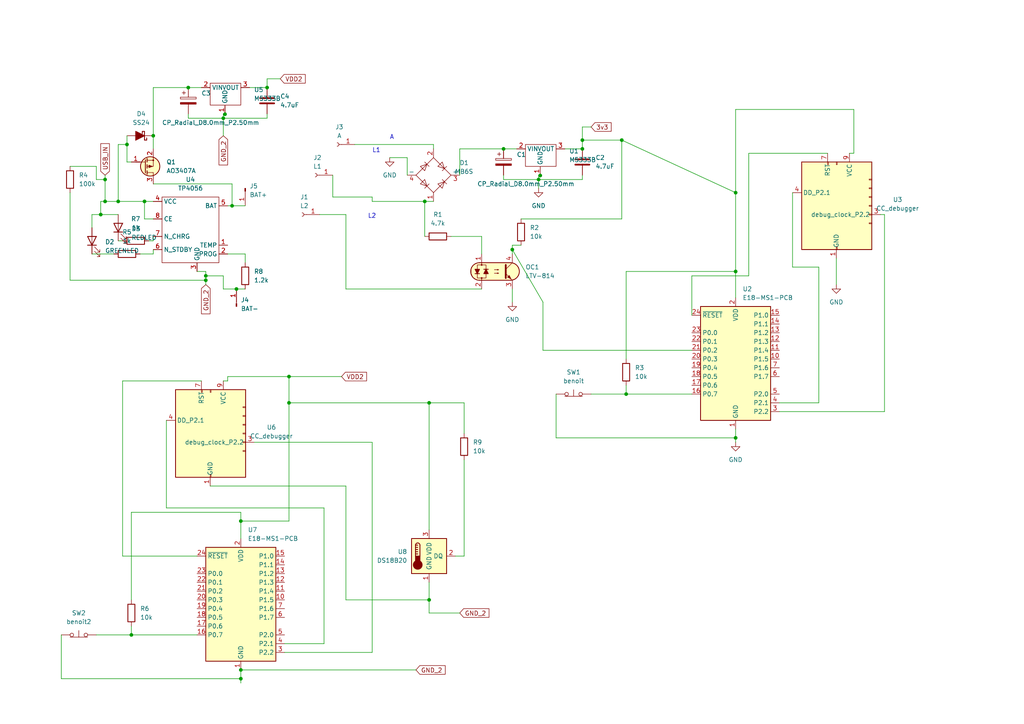
<source format=kicad_sch>
(kicad_sch (version 20211123) (generator eeschema)
  (paper "A4")
  (lib_symbols
    (symbol "Capacitor_AKL:CP_Radial_D8.0mm_P2.50mm" (pin_numbers hide) (pin_names (offset 0.254))
      (property "Reference" "C" (at 0.635 2.54 0))
      (property "Value" "CP_Radial_D8.0mm_P2.50mm" (at 0.635 -2.54 0))
      (symbol "CP_Radial_D8.0mm_P2.50mm_0_1"
        (rectangle (start -2.286 0.508) (end 2.286 1.016))
        (polyline (pts (xy -1.778 2.286) (xy -0.762 2.286)))
        (polyline (pts (xy -1.27 2.794) (xy -1.27 1.778)))
        (rectangle (start 2.286 -0.508) (end -2.286 -1.016) (fill (type outline)))
      )
      (symbol "CP_Radial_D8.0mm_P2.50mm_1_1"
        (pin passive line (at 0 3.81 270) (length 2.794) (name "~") (number "1"))
        (pin passive line (at 0 -3.81 90) (length 2.794) (name "~") (number "2"))
      )
    )
    (symbol "Connector:Conn_01x01_Female" (pin_names (offset 1.016) hide)
      (property "Reference" "J" (at 0 2.54 0))
      (property "Value" "Conn_01x01_Female" (at 0 -2.54 0))
      (symbol "Conn_01x01_Female_1_1"
        (polyline (pts (xy -1.27 0) (xy -0.508 0)) (stroke (width 0.1524)))
        (arc (start 0 0.508) (mid -0.508 0) (end 0 -0.508) (stroke (width 0.1524)))
        (pin passive line (at -5.08 0 0) (length 3.81) (name "Pin_1") (number "1"))
      )
    )
    (symbol "Connector:Conn_01x01_Male" (pin_names (offset 1.016) hide)
      (property "Reference" "J" (at 0 2.54 0))
      (property "Value" "Conn_01x01_Male" (at 0 -2.54 0))
      (symbol "Conn_01x01_Male_1_1"
        (polyline (pts (xy 1.27 0) (xy 0.8636 0)) (stroke (width 0.1524)))
        (rectangle (start 0.8636 0.127) (end 0 -0.127) (stroke (width 0.1524)) (fill (type outline)))
        (pin passive line (at 5.08 0 180) (length 3.81) (name "Pin_1") (number "1"))
      )
    )
    (symbol "Device:C" (pin_numbers hide) (pin_names (offset 0.254))
      (property "Reference" "C" (at 0.635 2.54 0))
      (property "Value" "C" (at 0.635 -2.54 0))
      (symbol "C_0_1"
        (polyline (pts (xy -2.032 -0.762) (xy 2.032 -0.762)) (stroke (width 0.508)))
        (polyline (pts (xy -2.032 0.762) (xy 2.032 0.762)) (stroke (width 0.508)))
      )
      (symbol "C_1_1"
        (pin passive line (at 0 3.81 270) (length 2.794) (name "~") (number "1"))
        (pin passive line (at 0 -3.81 90) (length 2.794) (name "~") (number "2"))
      )
    )
    (symbol "Device:LED" (pin_numbers hide) (pin_names (offset 1.016) hide)
      (property "Reference" "D" (at 0 2.54 0))
      (property "Value" "LED" (at 0 -2.54 0))
      (symbol "LED_0_1"
        (polyline (pts (xy -1.27 -1.27) (xy -1.27 1.27)) (stroke (width 0.254)))
        (polyline (pts (xy -1.27 0) (xy 1.27 0)))
        (polyline (pts (xy 1.27 -1.27) (xy 1.27 1.27) (xy -1.27 0) (xy 1.27 -1.27)) (stroke (width 0.254)))
        (polyline (pts (xy -3.048 -0.762) (xy -4.572 -2.286) (xy -3.81 -2.286) (xy -4.572 -2.286) (xy -4.572 -1.524)))
        (polyline (pts (xy -1.778 -0.762) (xy -3.302 -2.286) (xy -2.54 -2.286) (xy -3.302 -2.286) (xy -3.302 -1.524)))
      )
      (symbol "LED_1_1"
        (pin passive line (at -3.81 0 0) (length 2.54) (name "K") (number "1"))
        (pin passive line (at 3.81 0 180) (length 2.54) (name "A") (number "2"))
      )
    )
    (symbol "Device:R" (pin_numbers hide) (pin_names (offset 0))
      (property "Reference" "R" (at 2.032 0 90))
      (property "Value" "R" (at 0 0 90))
      (symbol "R_0_1"
        (rectangle (start -1.016 -2.54) (end 1.016 2.54) (stroke (width 0.254)))
      )
      (symbol "R_1_1"
        (pin passive line (at 0 3.81 270) (length 1.27) (name "~") (number "1"))
        (pin passive line (at 0 -3.81 90) (length 1.27) (name "~") (number "2"))
      )
    )
    (symbol "Diode_Bridge:MB6S" (pin_names (offset 0))
      (property "Reference" "D" (at 2.54 6.985 0))
      (property "Value" "MB6S" (at 2.54 5.08 0))
      (symbol "MB6S_0_1"
        (polyline (pts (xy -2.54 3.81) (xy -1.27 2.54)))
        (polyline (pts (xy -1.27 -2.54) (xy -2.54 -3.81)))
        (polyline (pts (xy 2.54 -1.27) (xy 3.81 -2.54)))
        (polyline (pts (xy 2.54 1.27) (xy 3.81 2.54)))
        (polyline (pts (xy -3.81 2.54) (xy -2.54 1.27) (xy -1.905 3.175) (xy -3.81 2.54)))
        (polyline (pts (xy -2.54 -1.27) (xy -3.81 -2.54) (xy -1.905 -3.175) (xy -2.54 -1.27)))
        (polyline (pts (xy 1.27 2.54) (xy 2.54 3.81) (xy 3.175 1.905) (xy 1.27 2.54)))
        (polyline (pts (xy 3.175 -1.905) (xy 1.27 -2.54) (xy 2.54 -3.81) (xy 3.175 -1.905)))
        (polyline (pts (xy -5.08 0) (xy 0 -5.08) (xy 5.08 0) (xy 0 5.08) (xy -5.08 0)))
      )
      (symbol "MB6S_1_1"
        (pin passive line (at 0 -7.62 90) (length 2.54) (name "~") (number "1"))
        (pin passive line (at 0 7.62 270) (length 2.54) (name "~") (number "2"))
        (pin passive line (at 7.62 0 180) (length 2.54) (name "+") (number "3"))
        (pin passive line (at -7.62 0 0) (length 2.54) (name "-") (number "4"))
      )
    )
    (symbol "Diode_Schottky_AKL:SS24" (pin_numbers hide) (pin_names (offset 1.016) hide)
      (property "Reference" "D" (at 0 5.08 0))
      (property "Value" "SS24" (at 0 2.54 0))
      (symbol "SS24_0_1"
        (polyline (pts (xy -1.27 0) (xy 1.27 0)))
        (polyline (pts (xy -1.27 -1.27) (xy -1.27 1.27) (xy 1.27 0) (xy -1.27 -1.27)) (stroke (width 0.254)) (fill (type outline)))
        (polyline (pts (xy 1.905 -0.635) (xy 1.905 -1.27) (xy 1.27 -1.27) (xy 1.27 1.27) (xy 0.635 1.27) (xy 0.635 0.635)) (stroke (width 0.254)))
      )
      (symbol "SS24_1_1"
        (pin passive line (at 3.81 0 180) (length 2.54) (name "K") (number "1"))
        (pin passive line (at -3.81 0 0) (length 2.54) (name "A") (number "2"))
      )
    )
    (symbol "Optocoupler_AKL:LTV-814" (pin_names (offset 1.016))
      (property "Reference" "OC" (at 7.62 1.27 0))
      (property "Value" "LTV-814" (at 7.62 -1.27 0))
      (symbol "LTV-814_0_1"
        (arc (start -4.4675 2.54) (mid -6.9851 0) (end -4.4675 -2.54) (stroke (width 0.254)))
        (circle (center -3.81 -1.905) (radius 0.1778) (fill (type outline)))
        (circle (center -3.81 1.905) (radius 0.1778) (fill (type outline)))
        (polyline (pts (xy -5.715 -0.635) (xy -4.445 -0.635)) (stroke (width 0.254)))
        (polyline (pts (xy -4.445 2.54) (xy 4.572 2.54)) (stroke (width 0.254)))
        (polyline (pts (xy -3.81 1.905) (xy -3.81 2.54)) (stroke (width 0.1524)))
        (polyline (pts (xy -1.905 0.635) (xy -3.175 0.635)) (stroke (width 0.254)))
        (polyline (pts (xy 3.175 0.635) (xy 5.08 2.54)))
        (polyline (pts (xy 4.572 -2.54) (xy -4.445 -2.54)) (stroke (width 0.254)))
        (polyline (pts (xy 5.08 -2.54) (xy 3.175 -0.635)) (fill (type outline)))
        (polyline (pts (xy 3.175 1.905) (xy 3.175 -1.905) (xy 3.175 -1.905)) (stroke (width 0.508)))
        (polyline (pts (xy -5.08 -0.635) (xy -5.715 0.635) (xy -4.445 0.635) (xy -5.08 -0.635)) (stroke (width 0.254)) (fill (type outline)))
        (polyline (pts (xy -2.54 0.635) (xy -1.905 -0.635) (xy -3.175 -0.635) (xy -2.54 0.635)) (stroke (width 0.254)) (fill (type outline)))
        (polyline (pts (xy -0.127 -0.508) (xy 1.143 -0.508) (xy 0.762 -0.635) (xy 0.762 -0.381) (xy 1.143 -0.508)))
        (polyline (pts (xy -0.127 0.508) (xy 1.143 0.508) (xy 0.762 0.381) (xy 0.762 0.635) (xy 1.143 0.508)))
        (polyline (pts (xy 3.683 -1.651) (xy 4.191 -1.143) (xy 4.699 -2.159) (xy 3.683 -1.651) (xy 3.683 -1.651)) (fill (type outline)))
        (polyline (pts (xy -3.81 -2.54) (xy -3.81 -1.905) (xy -5.08 -1.905) (xy -5.08 1.905) (xy -2.54 1.905) (xy -2.54 -1.905) (xy -3.81 -1.905)) (stroke (width 0.1524)))
        (polyline (pts (xy -3.81 2.54) (xy 4.826 2.54) (xy 5.334 2.413) (xy 5.969 2.159) (xy 6.604 1.524) (xy 6.985 0.762) (xy 7.112 0) (xy 6.985 -0.889) (xy 6.477 -1.651) (xy 5.969 -2.159) (xy 5.334 -2.413) (xy 4.699 -2.54) (xy -5.08 -2.54) (xy -5.08 -2.54) (xy -5.842 -2.032) (xy -6.35 -1.778) (xy -6.858 -0.508) (xy -6.858 0.254) (xy -6.858 1.016) (xy -6.35 1.778) (xy -5.588 2.286) (xy -4.826 2.54) (xy -3.81 2.54)) (stroke (width 0.01)) (fill (type background)))
        (arc (start 4.5945 -2.54) (mid 7.1121 0) (end 4.5945 2.54) (stroke (width 0.254)))
      )
      (symbol "LTV-814_1_1"
        (pin passive line (at -3.81 5.08 270) (length 2.54) (name "~") (number "1"))
        (pin passive line (at -3.81 -5.08 90) (length 2.54) (name "~") (number "2"))
        (pin passive line (at 5.08 -5.08 90) (length 2.54) (name "~") (number "3"))
        (pin passive line (at 5.08 5.08 270) (length 2.54) (name "~") (number "4"))
      )
    )
    (symbol "RF_Module:E18-MS1-PCB"
      (property "Reference" "U" (at -2.54 21.59 0))
      (property "Value" "E18-MS1-PCB" (at -2.54 19.05 0))
      (symbol "E18-MS1-PCB_0_1"
        (rectangle (start -10.16 17.78) (end 10.16 -15.24) (stroke (width 0.254)) (fill (type background)))
      )
      (symbol "E18-MS1-PCB_1_1"
        (pin power_in line (at 0 -17.78 90) (length 2.54) (name "GND") (number "1"))
        (pin bidirectional line (at 12.7 2.54 180) (length 2.54) (name "P1.5") (number "10"))
        (pin bidirectional line (at 12.7 5.08 180) (length 2.54) (name "P1.4") (number "11"))
        (pin bidirectional line (at 12.7 7.62 180) (length 2.54) (name "P1.3") (number "12"))
        (pin bidirectional line (at 12.7 10.16 180) (length 2.54) (name "P1.2") (number "13"))
        (pin bidirectional line (at 12.7 12.7 180) (length 2.54) (name "P1.1") (number "14"))
        (pin bidirectional line (at 12.7 15.24 180) (length 2.54) (name "P1.0") (number "15"))
        (pin bidirectional line (at -12.7 -7.62 0) (length 2.54) (name "P0.7") (number "16"))
        (pin bidirectional line (at -12.7 -5.08 0) (length 2.54) (name "P0.6") (number "17"))
        (pin bidirectional line (at -12.7 -2.54 0) (length 2.54) (name "P0.5") (number "18"))
        (pin bidirectional line (at -12.7 0 0) (length 2.54) (name "P0.4") (number "19"))
        (pin power_in line (at 0 20.32 270) (length 2.54) (name "VDD") (number "2"))
        (pin bidirectional line (at -12.7 2.54 0) (length 2.54) (name "P0.3") (number "20"))
        (pin bidirectional line (at -12.7 5.08 0) (length 2.54) (name "P0.2") (number "21"))
        (pin bidirectional line (at -12.7 7.62 0) (length 2.54) (name "P0.1") (number "22"))
        (pin bidirectional line (at -12.7 10.16 0) (length 2.54) (name "P0.0") (number "23"))
        (pin input line (at -12.7 15.24 0) (length 2.54) (name "~{RESET}") (number "24"))
        (pin bidirectional line (at 12.7 -12.7 180) (length 2.54) (name "P2.2") (number "3"))
        (pin bidirectional line (at 12.7 -10.16 180) (length 2.54) (name "P2.1") (number "4"))
        (pin bidirectional line (at 12.7 -7.62 180) (length 2.54) (name "P2.0") (number "5"))
        (pin bidirectional line (at 12.7 -2.54 180) (length 2.54) (name "P1.7") (number "6"))
        (pin bidirectional line (at 12.7 0 180) (length 2.54) (name "P1.6") (number "7"))
        (pin no_connect line (at -10.16 -10.16 0) (length 2.54) hide (name "NC") (number "8"))
        (pin no_connect line (at -10.16 -12.7 0) (length 2.54) hide (name "NC") (number "9"))
      )
    )
    (symbol "Sensor_Temperature:DS18B20" (pin_names (offset 1.016))
      (property "Reference" "U" (at -3.81 6.35 0))
      (property "Value" "DS18B20" (at 6.35 6.35 0))
      (symbol "DS18B20_0_1"
        (rectangle (start -5.08 5.08) (end 5.08 -5.08) (stroke (width 0.254)) (fill (type background)))
        (circle (center -3.302 -2.54) (radius 1.27) (stroke (width 0.254)) (fill (type outline)))
        (rectangle (start -2.667 -1.905) (end -3.937 0) (stroke (width 0.254)) (fill (type outline)))
        (arc (start -2.667 3.175) (mid -3.302 3.81) (end -3.937 3.175) (stroke (width 0.254)))
        (polyline (pts (xy -3.937 0.635) (xy -3.302 0.635)) (stroke (width 0.254)))
        (polyline (pts (xy -3.937 1.27) (xy -3.302 1.27)) (stroke (width 0.254)))
        (polyline (pts (xy -3.937 1.905) (xy -3.302 1.905)) (stroke (width 0.254)))
        (polyline (pts (xy -3.937 2.54) (xy -3.302 2.54)) (stroke (width 0.254)))
        (polyline (pts (xy -3.937 3.175) (xy -3.937 0)) (stroke (width 0.254)))
        (polyline (pts (xy -3.937 3.175) (xy -3.302 3.175)) (stroke (width 0.254)))
        (polyline (pts (xy -2.667 3.175) (xy -2.667 0)) (stroke (width 0.254)))
      )
      (symbol "DS18B20_1_1"
        (pin power_in line (at 0 -7.62 90) (length 2.54) (name "GND") (number "1"))
        (pin bidirectional line (at 7.62 0 180) (length 2.54) (name "DQ") (number "2"))
        (pin power_in line (at 0 7.62 270) (length 2.54) (name "VDD") (number "3"))
      )
    )
    (symbol "Switch:SW_Push_Open" (pin_numbers hide) (pin_names (offset 1.016) hide)
      (property "Reference" "SW" (at 0 2.54 0))
      (property "Value" "SW_Push_Open" (at 0 -1.905 0))
      (symbol "SW_Push_Open_0_1"
        (circle (center -2.032 0) (radius 0.508))
        (polyline (pts (xy -2.54 -0.635) (xy 2.54 -0.635)))
        (polyline (pts (xy 0 -0.635) (xy 0 1.27)))
        (circle (center 2.032 0) (radius 0.508))
        (pin passive line (at -5.08 0 0) (length 2.54) (name "A") (number "1"))
      )
      (symbol "SW_Push_Open_1_1"
        (pin passive line (at 5.08 0 180) (length 2.54) (name "B") (number "2"))
      )
    )
    (symbol "Transistor_MOSFET_AKL:AO3407A" (pin_names hide)
      (property "Reference" "Q" (at 5.08 1.27 0))
      (property "Value" "AO3407A" (at 5.08 -1.27 0))
      (symbol "AO3407A_0_1"
        (polyline (pts (xy 0.254 -1.905) (xy 0.254 1.905)) (stroke (width 0.254)))
        (polyline (pts (xy 0.254 1.27) (xy -2.54 1.27)))
        (polyline (pts (xy 0.762 -2.286) (xy 0.762 -1.27)) (stroke (width 0.254)))
        (polyline (pts (xy 0.762 -1.778) (xy 2.54 -1.778)))
        (polyline (pts (xy 0.762 -0.508) (xy 0.762 0.508)) (stroke (width 0.254)))
        (polyline (pts (xy 0.762 1.27) (xy 0.762 2.286)) (stroke (width 0.254)))
        (polyline (pts (xy 0.762 1.778) (xy 2.54 1.778)))
        (polyline (pts (xy 2.54 -2.54) (xy 2.54 -1.778)))
        (polyline (pts (xy 2.54 2.54) (xy 2.54 0) (xy 0.762 0)))
        (polyline (pts (xy 2.286 0) (xy 1.27 -0.381) (xy 1.27 0.381) (xy 2.286 0)) (fill (type outline)))
      )
      (symbol "AO3407A_1_1"
        (circle (center 1.651 0) (radius 2.794) (stroke (width 0.254)) (fill (type background)))
        (circle (center 2.54 1.778) (radius 0.1778) (fill (type outline)))
        (pin input line (at -3.81 1.27 0) (length 2.54) (name "G") (number "1"))
        (pin passive line (at 2.54 5.08 270) (length 2.54) (name "S") (number "2"))
        (pin passive line (at 2.54 -5.08 90) (length 2.54) (name "D") (number "3"))
      )
    )
    (symbol "cc2530:M5333B"
      (property "Reference" "U" (at 0 0 0))
      (property "Value" "M5333B" (at 0 2.54 0))
      (symbol "M5333B_0_1"
        (rectangle (start 2.54 -2.54) (end 11.43 -8.89))
      )
      (symbol "M5333B_1_1"
        (pin power_in line (at 6.833 -11.5415 90) (length 2.54) (name "GND") (number "1"))
        (pin power_in line (at 0 -3.81 0) (length 2.54) (name "VIN") (number "2"))
        (pin power_in line (at 13.97 -3.81 180) (length 2.54) (name "VOUT") (number "3"))
      )
    )
    (symbol "cc2530:TP4056"
      (property "Reference" "U" (at 3.81 0 0))
      (property "Value" "TP4056" (at 3.81 2.54 0))
      (symbol "TP4056_0_1"
        (rectangle (start -6.35 -1.27) (end 10.16 -20.32))
      )
      (symbol "TP4056_1_1"
        (pin passive line (at 12.7 -15.24 180) (length 2.54) (name "TEMP") (number "1"))
        (pin passive line (at 12.7 -17.78 180) (length 2.54) (name "PROG") (number "2"))
        (pin input line (at 3.81 -22.86 90) (length 2.54) (name "GND") (number "3"))
        (pin input line (at -8.89 -2.54 0) (length 2.54) (name "VCC") (number "4"))
        (pin input line (at 12.7 -3.81 180) (length 2.54) (name "BAT") (number "5"))
        (pin output line (at -8.89 -16.51 0) (length 2.54) (name "N_STDBY") (number "6"))
        (pin output line (at -8.89 -12.7 0) (length 2.54) (name "N_CHRG") (number "7"))
        (pin input line (at -8.89 -7.62 0) (length 2.54) (name "CE") (number "8"))
      )
    )
    (symbol "cc_debugger:CC_debugger"
      (property "Reference" "U" (at 0 0 0))
      (property "Value" "CC_debugger" (at 0 5.08 0))
      (symbol "CC_debugger_0_1"
        (rectangle (start -5.08 -5.08) (end -4.826 -5.842))
        (rectangle (start -2.54 -29.718) (end -2.286 -30.48))
        (rectangle (start -2.54 -5.08) (end -2.286 -5.842))
        (rectangle (start 7.747 -22.733) (end 6.985 -22.987))
        (rectangle (start 7.747 -20.193) (end 6.985 -20.447))
        (rectangle (start 7.747 -17.653) (end 6.985 -17.907))
        (rectangle (start 7.747 -15.113) (end 6.985 -15.367))
        (rectangle (start 7.747 -12.573) (end 6.985 -12.827))
        (rectangle (start 7.747 -10.033) (end 6.985 -10.287))
        (rectangle (start 7.747 -5.08) (end -12.573 -30.48) (stroke (width 0.254)) (fill (type background)))
      )
      (symbol "CC_debugger_1_1"
        (pin input line (at -2.54 -33.02 90) (length 2.54) (name "GND") (number "1"))
        (pin bidirectional line (at 10.287 -20.32 180) (length 2.54) (name "debug_clock_P2.2") (number "3"))
        (pin bidirectional line (at -15.24 -13.97 0) (length 2.54) (name "DD_P2.1") (number "4"))
        (pin input line (at -5.08 -2.54 270) (length 2.54) (name "RST") (number "7"))
        (pin input line (at 1.27 -2.54 270) (length 2.54) (name "VCC") (number "9"))
      )
    )
    (symbol "power:GND" (power) (pin_names (offset 0))
      (property "Value" "GND" (at 0 -3.81 0))
      (symbol "GND_0_1"
        (polyline (pts (xy 0 0) (xy 0 -1.27) (xy 1.27 -1.27) (xy 0 -2.54) (xy -1.27 -1.27) (xy 0 -1.27)))
      )
      (symbol "GND_1_1"
        (pin power_in line (at 0 0 270) (length 0) hide (name "GND") (number "1"))
      )
    )
  )
  (junction (at 30.48 58.42))
  (junction (at 69.85 194.31))
  (junction (at 67.31 59.69))
  (junction (at 213.36 78.74))
  (junction (at 213.36 55.88))
  (junction (at 44.45 39.37))
  (junction (at 69.85 196.85))
  (junction (at 54.61 25.4))
  (junction (at 41.91 58.42))
  (junction (at 83.82 109.22))
  (junction (at 68.58 83.82))
  (junction (at 168.91 40.64))
  (junction (at 124.46 116.84))
  (junction (at 213.36 127))
  (junction (at 156.693 50.9115))
  (junction (at 77.47 25.4))
  (junction (at 29.21 62.23))
  (junction (at 83.82 116.84))
  (junction (at 34.29 58.42))
  (junction (at 69.85 151.13))
  (junction (at 59.69 80.01))
  (junction (at 30.48 52.07))
  (junction (at 59.69 81.28))
  (junction (at 168.91 43.18))
  (junction (at 123.19 58.42))
  (junction (at 181.61 114.3))
  (junction (at 148.59 72.39))
  (junction (at 146.05 43.18))
  (junction (at 64.77 34.29))
  (junction (at 156.21 52.07))
  (junction (at 38.1 184.15))
  (junction (at 65.253 33.1315))
  (junction (at 124.46 173.99))
  (junction (at 36.83 41.91))
  (junction (at 180.34 40.64))
  (wire (pts (xy 123.19 58.42) (xy 125.73 58.42)))
  (wire (pts (xy 69.85 194.31) (xy 69.85 196.85)))
  (wire (pts (xy 44.45 73.66) (xy 44.45 72.39)))
  (wire (pts (xy 17.78 184.15) (xy 17.78 196.85)))
  (wire (pts (xy 133.35 43.18) (xy 146.05 43.18)))
  (wire (pts (xy 113.03 45.72) (xy 118.11 45.72)))
  (wire (pts (xy 34.29 41.91) (xy 34.29 58.42)))
  (wire (pts (xy 58.42 110.49) (xy 35.56 110.49)))
  (wire (pts (xy 93.98 147.32) (xy 93.98 186.69)))
  (wire (pts (xy 69.85 151.13) (xy 69.85 156.21)))
  (wire (pts (xy 180.34 40.64) (xy 168.91 40.64)))
  (wire (pts (xy 255.397 62.23) (xy 256.54 62.23)))
  (wire (pts (xy 34.29 58.42) (xy 41.91 58.42)))
  (wire (pts (xy 123.19 58.42) (xy 123.19 68.58)))
  (wire (pts (xy 180.34 63.5) (xy 180.34 40.64)))
  (wire (pts (xy 66.04 109.22) (xy 66.04 110.49)))
  (wire (pts (xy 59.69 78.74) (xy 59.69 80.01)))
  (wire (pts (xy 30.48 50.8) (xy 30.48 52.07)))
  (wire (pts (xy 100.33 173.99) (xy 124.46 173.99)))
  (wire (pts (xy 148.59 72.39) (xy 157.48 87.63)))
  (wire (pts (xy 59.69 81.28) (xy 59.69 82.55)))
  (wire (pts (xy 246.38 44.45) (xy 247.65 44.45)))
  (wire (pts (xy 157.48 87.63) (xy 157.48 101.6)))
  (wire (pts (xy 35.56 161.29) (xy 57.15 161.29)))
  (wire (pts (xy 130.81 68.58) (xy 139.7 68.58)))
  (wire (pts (xy 26.67 66.04) (xy 26.67 62.23)))
  (wire (pts (xy 181.61 78.74) (xy 213.36 78.74)))
  (wire (pts (xy 66.04 59.69) (xy 67.31 59.69)))
  (wire (pts (xy 156.21 50.8) (xy 156.693 50.8)))
  (wire (pts (xy 66.04 109.22) (xy 83.82 109.22)))
  (wire (pts (xy 161.29 127) (xy 213.36 127)))
  (wire (pts (xy 226.06 116.84) (xy 237.49 116.84)))
  (wire (pts (xy 64.77 83.82) (xy 64.77 80.01)))
  (wire (pts (xy 77.47 22.86) (xy 81.28 22.86)))
  (wire (pts (xy 151.13 63.5) (xy 180.34 63.5)))
  (wire (pts (xy 27.94 52.07) (xy 30.48 52.07)))
  (wire (pts (xy 213.36 31.75) (xy 213.36 55.88)))
  (wire (pts (xy 64.77 33.02) (xy 65.253 33.02)))
  (wire (pts (xy 36.83 41.91) (xy 36.83 39.37)))
  (wire (pts (xy 146.05 52.07) (xy 146.05 50.8)))
  (wire (pts (xy 247.65 31.75) (xy 247.65 44.45)))
  (wire (pts (xy 213.36 124.46) (xy 213.36 127)))
  (wire (pts (xy 44.45 25.4) (xy 44.45 39.37)))
  (wire (pts (xy 200.66 80.01) (xy 200.66 91.44)))
  (wire (pts (xy 41.91 58.42) (xy 41.91 63.5)))
  (wire (pts (xy 148.59 72.39) (xy 148.59 73.66)))
  (wire (pts (xy 134.62 125.73) (xy 134.62 116.84)))
  (wire (pts (xy 213.36 127) (xy 213.36 128.27)))
  (wire (pts (xy 26.67 62.23) (xy 29.21 62.23)))
  (wire (pts (xy 163.83 43.18) (xy 168.91 43.18)))
  (wire (pts (xy 132.08 161.29) (xy 134.62 161.29)))
  (wire (pts (xy 35.56 110.49) (xy 35.56 161.29)))
  (wire (pts (xy 124.46 116.84) (xy 124.46 153.67)))
  (wire (pts (xy 57.15 78.74) (xy 59.69 78.74)))
  (wire (pts (xy 168.91 36.83) (xy 168.91 40.64)))
  (wire (pts (xy 26.67 73.66) (xy 33.02 73.66)))
  (wire (pts (xy 34.29 69.85) (xy 35.56 69.85)))
  (wire (pts (xy 125.73 41.91) (xy 125.73 43.18)))
  (wire (pts (xy 43.18 69.85) (xy 44.45 69.85)))
  (wire (pts (xy 66.04 73.66) (xy 71.12 73.66)))
  (wire (pts (xy 41.91 63.5) (xy 44.45 63.5)))
  (wire (pts (xy 48.26 147.32) (xy 48.26 121.92)))
  (wire (pts (xy 82.55 186.69) (xy 93.98 186.69)))
  (wire (pts (xy 73.787 128.27) (xy 107.95 128.27)))
  (wire (pts (xy 41.91 58.42) (xy 44.45 58.42)))
  (wire (pts (xy 69.85 148.59) (xy 69.85 151.13)))
  (wire (pts (xy 124.46 173.99) (xy 124.46 177.8)))
  (wire (pts (xy 64.77 34.29) (xy 64.77 39.37)))
  (wire (pts (xy 146.05 43.18) (xy 149.86 43.18)))
  (wire (pts (xy 118.11 45.72) (xy 118.11 50.8)))
  (wire (pts (xy 64.77 110.49) (xy 66.04 110.49)))
  (wire (pts (xy 156.21 50.8) (xy 156.21 52.07)))
  (wire (pts (xy 96.52 50.8) (xy 96.52 57.15)))
  (wire (pts (xy 44.45 39.37) (xy 44.45 43.18)))
  (wire (pts (xy 44.45 69.85) (xy 44.45 68.58)))
  (wire (pts (xy 83.82 109.22) (xy 83.82 116.84)))
  (wire (pts (xy 229.87 77.47) (xy 229.87 55.88)))
  (wire (pts (xy 107.95 128.27) (xy 107.95 189.23)))
  (wire (pts (xy 181.61 111.76) (xy 181.61 114.3)))
  (wire (pts (xy 38.1 148.59) (xy 69.85 148.59)))
  (wire (pts (xy 59.69 80.01) (xy 59.69 81.28)))
  (wire (pts (xy 65.253 33.02) (xy 65.253 33.1315)))
  (wire (pts (xy 67.31 59.69) (xy 71.12 59.69)))
  (wire (pts (xy 36.83 41.91) (xy 34.29 41.91)))
  (wire (pts (xy 139.7 68.58) (xy 139.7 73.66)))
  (wire (pts (xy 237.49 77.47) (xy 237.49 116.84)))
  (wire (pts (xy 157.48 101.6) (xy 200.66 101.6)))
  (wire (pts (xy 156.693 50.8) (xy 156.693 50.9115)))
  (wire (pts (xy 27.94 184.15) (xy 38.1 184.15)))
  (wire (pts (xy 20.32 81.28) (xy 59.69 81.28)))
  (wire (pts (xy 38.1 181.61) (xy 38.1 184.15)))
  (wire (pts (xy 156.21 52.07) (xy 168.91 52.07)))
  (wire (pts (xy 77.47 22.86) (xy 77.47 25.4)))
  (wire (pts (xy 107.95 58.42) (xy 107.95 57.15)))
  (wire (pts (xy 168.91 52.07) (xy 168.91 50.8)))
  (wire (pts (xy 20.32 48.26) (xy 27.94 48.26)))
  (wire (pts (xy 107.95 58.42) (xy 123.19 58.42)))
  (wire (pts (xy 40.64 73.66) (xy 44.45 73.66)))
  (wire (pts (xy 38.1 46.99) (xy 36.83 46.99)))
  (wire (pts (xy 171.45 114.3) (xy 181.61 114.3)))
  (wire (pts (xy 54.61 25.4) (xy 58.42 25.4)))
  (wire (pts (xy 64.77 34.29) (xy 54.61 34.29)))
  (wire (pts (xy 67.31 53.34) (xy 44.45 53.34)))
  (wire (pts (xy 64.77 33.02) (xy 64.77 34.29)))
  (wire (pts (xy 64.77 80.01) (xy 59.69 80.01)))
  (wire (pts (xy 161.29 114.3) (xy 161.29 127)))
  (wire (pts (xy 181.61 104.14) (xy 181.61 78.74)))
  (wire (pts (xy 71.12 73.66) (xy 71.12 76.2)))
  (wire (pts (xy 71.12 83.82) (xy 68.58 83.82)))
  (wire (pts (xy 156.21 52.07) (xy 156.21 54.61)))
  (wire (pts (xy 242.57 74.93) (xy 242.57 82.55)))
  (wire (pts (xy 181.61 114.3) (xy 200.66 114.3)))
  (wire (pts (xy 27.94 48.26) (xy 27.94 52.07)))
  (wire (pts (xy 107.95 189.23) (xy 82.55 189.23)))
  (wire (pts (xy 29.21 58.42) (xy 30.48 58.42)))
  (wire (pts (xy 134.62 116.84) (xy 124.46 116.84)))
  (wire (pts (xy 148.59 83.82) (xy 148.59 87.63)))
  (wire (pts (xy 83.82 109.22) (xy 99.06 109.22)))
  (wire (pts (xy 60.96 140.97) (xy 100.33 140.97)))
  (wire (pts (xy 96.52 57.15) (xy 107.95 57.15)))
  (wire (pts (xy 213.36 31.75) (xy 247.65 31.75)))
  (wire (pts (xy 180.34 40.64) (xy 213.36 55.88)))
  (wire (pts (xy 100.33 140.97) (xy 100.33 173.99)))
  (wire (pts (xy 30.48 58.42) (xy 34.29 58.42)))
  (wire (pts (xy 69.85 151.13) (xy 83.82 151.13)))
  (wire (pts (xy 38.1 184.15) (xy 57.15 184.15)))
  (wire (pts (xy 64.77 34.29) (xy 77.47 34.29)))
  (wire (pts (xy 134.62 161.29) (xy 134.62 133.35)))
  (wire (pts (xy 148.59 71.12) (xy 148.59 72.39)))
  (wire (pts (xy 240.03 44.45) (xy 217.17 44.45)))
  (wire (pts (xy 124.46 116.84) (xy 83.82 116.84)))
  (wire (pts (xy 171.45 36.83) (xy 168.91 36.83)))
  (wire (pts (xy 100.33 62.23) (xy 100.33 83.82)))
  (wire (pts (xy 67.31 59.69) (xy 67.31 53.34)))
  (wire (pts (xy 17.78 196.85) (xy 69.85 196.85)))
  (wire (pts (xy 217.17 80.01) (xy 200.66 80.01)))
  (wire (pts (xy 151.13 71.12) (xy 148.59 71.12)))
  (wire (pts (xy 77.47 34.29) (xy 77.47 33.02)))
  (wire (pts (xy 29.21 62.23) (xy 34.29 62.23)))
  (wire (pts (xy 156.21 52.07) (xy 146.05 52.07)))
  (wire (pts (xy 38.1 173.99) (xy 38.1 148.59)))
  (wire (pts (xy 124.46 177.8) (xy 133.35 177.8)))
  (wire (pts (xy 48.26 147.32) (xy 93.98 147.32)))
  (wire (pts (xy 44.45 25.4) (xy 54.61 25.4)))
  (wire (pts (xy 30.48 52.07) (xy 30.48 58.42)))
  (wire (pts (xy 102.87 41.91) (xy 125.73 41.91)))
  (wire (pts (xy 217.17 44.45) (xy 217.17 80.01)))
  (wire (pts (xy 29.21 62.23) (xy 29.21 58.42)))
  (wire (pts (xy 83.82 151.13) (xy 83.82 116.84)))
  (wire (pts (xy 100.33 83.82) (xy 139.7 83.82)))
  (wire (pts (xy 133.35 50.8) (xy 133.35 43.18)))
  (wire (pts (xy 54.61 34.29) (xy 54.61 33.02)))
  (wire (pts (xy 237.49 77.47) (xy 229.87 77.47)))
  (wire (pts (xy 213.36 78.74) (xy 213.36 55.88)))
  (wire (pts (xy 124.46 168.91) (xy 124.46 173.99)))
  (wire (pts (xy 20.32 55.88) (xy 20.32 81.28)))
  (wire (pts (xy 256.54 119.38) (xy 226.06 119.38)))
  (wire (pts (xy 100.33 62.23) (xy 92.71 62.23)))
  (wire (pts (xy 69.85 196.85) (xy 69.85 198.12)))
  (wire (pts (xy 72.39 25.4) (xy 77.47 25.4)))
  (wire (pts (xy 256.54 62.23) (xy 256.54 119.38)))
  (wire (pts (xy 68.58 83.82) (xy 64.77 83.82)))
  (wire (pts (xy 69.85 194.31) (xy 120.65 194.31)))
  (wire (pts (xy 36.83 46.99) (xy 36.83 41.91)))
  (wire (pts (xy 168.91 40.64) (xy 168.91 43.18)))
  (wire (pts (xy 213.36 78.74) (xy 213.36 86.36)))
  (text "A\n" (at 113.03 40.64 0) (effects (font (size 1.27 1.27)) (justify left bottom)))
  (text "L1" (at 107.95 44.45 0) (effects (font (size 1.27 1.27)) (justify left bottom)))
  (text "L2" (at 106.68 63.5 0) (effects (font (size 1.27 1.27)) (justify left bottom)))
  (global_label "3v3" (shape input) (at 171.45 36.83 0) (property "Intersheet References" "${INTERSHEET_REFS}" (effects hide)))
  (global_label "USB_IN" (shape input) (at 30.48 50.8 90) (property "Intersheet References" "${INTERSHEET_REFS}" (effects hide)))
  (global_label "GND_2" (shape input) (at 133.35 177.8 0) (property "Intersheet References" "${INTERSHEET_REFS}" (effects hide)))
  (global_label "GND_2" (shape input) (at 64.77 39.37 270) (property "Intersheet References" "${INTERSHEET_REFS}" (effects hide)))
  (global_label "GND_2" (shape input) (at 59.69 82.55 270) (property "Intersheet References" "${INTERSHEET_REFS}" (effects hide)))
  (global_label "VDD2" (shape input) (at 81.28 22.86 0) (property "Intersheet References" "${INTERSHEET_REFS}" (effects hide)))
  (global_label "VDD2" (shape input) (at 99.06 109.22 0) (property "Intersheet References" "${INTERSHEET_REFS}" (effects hide)))
  (global_label "GND_2" (shape input) (at 120.65 194.31 0) (property "Intersheet References" "${INTERSHEET_REFS}" (effects hide)))
  (symbol (lib_id "cc2530:TP4056") (at 53.34 55.88 0) (unit 1)
    (property "Reference" "U4" (at 55.245 52.07 0))
    (property "Value" "TP4056" (at 55.245 54.61 0))
    (property "Footprint" "Package_SO:SOP-8_5.28x5.23mm_P1.27mm" (effects hide))
  )
  (symbol (lib_id "power:GND") (at 213.36 128.27 0) (unit 1)
    (property "Reference" "#PWR0105" (effects hide))
    (property "Value" "GND" (at 213.36 133.35 0))
  )
  (symbol (lib_id "Transistor_MOSFET_AKL:AO3407A") (at 41.91 48.26 0) (unit 1)
    (property "Reference" "Q1" (at 48.26 46.9899 0) (effects (justify left)))
    (property "Value" "AO3407A" (at 48.26 49.5299 0) (effects (justify left)))
    (property "Footprint" "Package_TO_SOT_SMD_AKL:SOT-23" (effects hide))
    (property "Datasheet" "https://www.tme.eu/Document/103c7c9807a33fad08008d38ce1192b7/AO3407A-DTE.pdf" (effects hide))
  )
  (symbol (lib_id "RF_Module:E18-MS1-PCB") (at 69.85 176.53 0) (unit 1)
    (property "Reference" "U7" (at 71.8694 153.67 0) (effects (justify left)))
    (property "Value" "E18-MS1-PCB" (at 71.8694 156.21 0) (effects (justify left)))
    (property "Footprint" "RF_Module:E18-MS1-PCB" (effects hide))
    (property "Datasheet" "http://www.cdebyte.com/en/downpdf.aspx?id=122" (effects hide))
  )
  (symbol (lib_id "cc2530:M5333B") (at 149.86 39.37 0) (unit 1)
    (property "Reference" "U1" (at 165.1 43.8149 0) (effects (justify left)))
    (property "Value" "M5333B" (at 165.1 46.3549 0) (effects (justify left)))
    (property "Footprint" "Package_TO_SOT_SMD:SOT-89-3_Handsoldering" (effects hide))
  )
  (symbol (lib_id "Device:R") (at 134.62 129.54 180) (unit 1)
    (property "Reference" "R9" (at 137.16 128.2699 0) (effects (justify right)))
    (property "Value" "10k" (at 137.16 130.8099 0) (effects (justify right)))
    (property "Footprint" "Resistor_SMD:R_0603_1608Metric_Pad0.98x0.95mm_HandSolder" (effects hide))
  )
  (symbol (lib_id "power:GND") (at 148.59 87.63 0) (unit 1)
    (property "Reference" "#PWR0103" (effects hide))
    (property "Value" "GND" (at 148.59 92.71 0))
  )
  (symbol (lib_id "Device:C") (at 168.91 46.99 0) (unit 1)
    (property "Reference" "C2" (at 172.72 45.7199 0) (effects (justify left)))
    (property "Value" "4.7uF" (at 172.72 48.2599 0) (effects (justify left)))
    (property "Footprint" "Capacitor_SMD:C_0603_1608Metric" (effects hide))
  )
  (symbol (lib_id "Sensor_Temperature:DS18B20") (at 124.46 161.29 0) (unit 1)
    (property "Reference" "U8" (at 118.11 160.0199 0) (effects (justify right)))
    (property "Value" "DS18B20" (at 118.11 162.5599 0) (effects (justify right)))
    (property "Footprint" "Package_TO_SOT_THT:TO-92_Inline" (effects hide))
    (property "Datasheet" "http://datasheets.maximintegrated.com/en/ds/DS18B20.pdf" (effects hide))
  )
  (symbol (lib_id "Diode_Bridge:MB6S") (at 125.73 50.8 0) (unit 1)
    (property "Reference" "D1" (at 134.62 47.2186 0))
    (property "Value" "MB6S" (at 134.62 49.7586 0))
    (property "Footprint" "Package_TO_SOT_SMD:TO-269AA" (effects hide))
    (property "Datasheet" "http://www.vishay.com/docs/88573/dfs.pdf" (effects hide))
  )
  (symbol (lib_id "Switch:SW_Push_Open") (at 166.37 114.3 0) (unit 1)
    (property "Reference" "SW1" (at 166.37 107.95 0))
    (property "Value" "benoit" (at 166.37 110.49 0))
    (property "Footprint" "Library:interrupteur" (effects hide))
  )
  (symbol (lib_id "power:GND") (at 156.21 54.61 0) (unit 1)
    (property "Reference" "#PWR0102" (effects hide))
    (property "Value" "GND" (at 156.21 59.69 0))
  )
  (symbol (lib_id "Connector:Conn_01x01_Male") (at 68.58 88.9 90) (unit 1)
    (property "Reference" "J4" (at 69.85 86.9949 90) (effects (justify right)))
    (property "Value" "BAT-" (at 69.85 89.5349 90) (effects (justify right)))
  )
  (symbol (lib_id "Device:R") (at 127 68.58 90) (unit 1)
    (property "Reference" "R1" (at 127 62.23 90))
    (property "Value" "4.7k" (at 127 64.77 90))
    (property "Footprint" "Resistor_SMD:R_0603_1608Metric_Pad0.98x0.95mm_HandSolder" (effects hide))
  )
  (symbol (lib_id "Connector:Conn_01x01_Female") (at 91.44 50.8 180) (unit 1)
    (property "Reference" "J2" (at 92.075 45.72 0))
    (property "Value" "L1" (at 92.075 48.26 0))
    (property "Footprint" "TestPoint:TestPoint_Loop_D2.54mm_Drill1.5mm_Beaded" (effects hide))
  )
  (symbol (lib_id "Device:R") (at 20.32 52.07 180) (unit 1)
    (property "Reference" "R4" (at 22.86 50.7999 0) (effects (justify right)))
    (property "Value" "100k" (at 22.86 53.3399 0) (effects (justify right)))
    (property "Footprint" "Resistor_SMD:R_0603_1608Metric_Pad0.98x0.95mm_HandSolder" (effects hide))
  )
  (symbol (lib_id "Device:R") (at 71.12 80.01 180) (unit 1)
    (property "Reference" "R8" (at 73.66 78.7399 0) (effects (justify right)))
    (property "Value" "1.2k" (at 73.66 81.2799 0) (effects (justify right)))
    (property "Footprint" "Resistor_SMD:R_0603_1608Metric_Pad0.98x0.95mm_HandSolder" (effects hide))
  )
  (symbol (lib_id "Device:R") (at 38.1 177.8 180) (unit 1)
    (property "Reference" "R6" (at 40.64 176.5299 0) (effects (justify right)))
    (property "Value" "10k" (at 40.64 179.0699 0) (effects (justify right)))
    (property "Footprint" "Resistor_SMD:R_0603_1608Metric_Pad0.98x0.95mm_HandSolder" (effects hide))
  )
  (symbol (lib_id "Device:C") (at 77.47 29.21 0) (unit 1)
    (property "Reference" "C4" (at 81.28 27.9399 0) (effects (justify left)))
    (property "Value" "4.7uF" (at 81.28 30.4799 0) (effects (justify left)))
    (property "Footprint" "Capacitor_SMD:C_0603_1608Metric" (effects hide))
  )
  (symbol (lib_id "Connector:Conn_01x01_Female") (at 97.79 41.91 180) (unit 1)
    (property "Reference" "J3" (at 98.425 36.83 0))
    (property "Value" "A" (at 98.425 39.37 0))
    (property "Footprint" "TestPoint:TestPoint_Loop_D2.54mm_Drill1.5mm_Beaded" (effects hide))
  )
  (symbol (lib_id "cc2530:M5333B") (at 58.42 21.59 0) (unit 1)
    (property "Reference" "U5" (at 73.66 26.0349 0) (effects (justify left)))
    (property "Value" "M5333B" (at 73.66 28.5749 0) (effects (justify left)))
    (property "Footprint" "Package_TO_SOT_SMD:SOT-89-3_Handsoldering" (effects hide))
  )
  (symbol (lib_id "Optocoupler_AKL:LTV-814") (at 143.51 78.74 0) (unit 1)
    (property "Reference" "OC1" (at 152.4 77.4699 0) (effects (justify left)))
    (property "Value" "LTV-814" (at 152.4 80.0099 0) (effects (justify left)))
    (property "Footprint" "Package_DIP_AKL:DIP-4_W7.62mm_LongPads" (effects hide))
    (property "Datasheet" "https://www.tme.eu/Document/cddc5416cbcd80bc288c068da5f3c02a/LTV-814S.pdf" (effects hide))
  )
  (symbol (lib_id "Device:R") (at 39.37 69.85 90) (unit 1)
    (property "Reference" "R7" (at 39.37 63.5 90))
    (property "Value" "1k" (at 39.37 66.04 90))
    (property "Footprint" "Resistor_SMD:R_0603_1608Metric_Pad0.98x0.95mm_HandSolder" (effects hide))
  )
  (symbol (lib_id "Connector:Conn_01x01_Male") (at 71.12 54.61 270) (unit 1)
    (property "Reference" "J5" (at 72.39 53.9749 90) (effects (justify left)))
    (property "Value" "BAT+" (at 72.39 56.5149 90) (effects (justify left)))
  )
  (symbol (lib_id "Switch:SW_Push_Open") (at 22.86 184.15 0) (unit 1)
    (property "Reference" "SW2" (at 22.86 177.8 0))
    (property "Value" "benoit2" (at 22.86 180.34 0))
    (property "Footprint" "Library:interrupteur" (effects hide))
  )
  (symbol (lib_id "Device:R") (at 36.83 73.66 90) (unit 1)
    (property "Reference" "R5" (at 36.83 67.31 90))
    (property "Value" "1k" (at 36.83 69.85 90))
    (property "Footprint" "Resistor_SMD:R_0603_1608Metric_Pad0.98x0.95mm_HandSolder" (effects hide))
  )
  (symbol (lib_id "Device:R") (at 181.61 107.95 180) (unit 1)
    (property "Reference" "R3" (at 184.15 106.6799 0) (effects (justify right)))
    (property "Value" "10k" (at 184.15 109.2199 0) (effects (justify right)))
    (property "Footprint" "Resistor_SMD:R_0603_1608Metric_Pad0.98x0.95mm_HandSolder" (effects hide))
  )
  (symbol (lib_id "cc_debugger:CC_debugger") (at 245.11 41.91 0) (unit 1)
    (property "Reference" "U3" (at 260.35 57.8993 0))
    (property "Value" "CC_debugger" (at 260.35 60.4393 0))
    (property "Footprint" "Connector_IDC:IDC-Header_2x05_P2.54mm_Vertical" (effects hide))
  )
  (symbol (lib_id "Device:R") (at 151.13 67.31 180) (unit 1)
    (property "Reference" "R2" (at 153.67 66.0399 0) (effects (justify right)))
    (property "Value" "10k" (at 153.67 68.5799 0) (effects (justify right)))
    (property "Footprint" "Resistor_SMD:R_0603_1608Metric_Pad0.98x0.95mm_HandSolder" (effects hide))
  )
  (symbol (lib_id "Capacitor_AKL:CP_Radial_D8.0mm_P2.50mm") (at 54.61 29.21 0) (unit 1)
    (property "Reference" "C3" (at 58.42 27.0509 0) (effects (justify left)))
    (property "Value" "CP_Radial_D8.0mm_P2.50mm" (at 46.99 35.56 0) (effects (justify left)))
    (property "Footprint" "Capacitor_THT_AKL:CP_Radial_D8.0mm_P2.50mm" (effects hide))
  )
  (symbol (lib_id "Capacitor_AKL:CP_Radial_D8.0mm_P2.50mm") (at 146.05 46.99 0) (unit 1)
    (property "Reference" "C1" (at 149.86 44.8309 0) (effects (justify left)))
    (property "Value" "CP_Radial_D8.0mm_P2.50mm" (at 138.43 53.34 0) (effects (justify left)))
    (property "Footprint" "Capacitor_THT_AKL:CP_Radial_D8.0mm_P2.50mm" (effects hide))
  )
  (symbol (lib_id "power:GND") (at 113.03 45.72 0) (unit 1)
    (property "Reference" "#PWR0101" (effects hide))
    (property "Value" "GND" (at 113.03 50.8 0))
  )
  (symbol (lib_id "RF_Module:E18-MS1-PCB") (at 213.36 106.68 0) (unit 1)
    (property "Reference" "U2" (at 215.3794 83.82 0) (effects (justify left)))
    (property "Value" "E18-MS1-PCB" (at 215.3794 86.36 0) (effects (justify left)))
    (property "Footprint" "RF_Module:E18-MS1-PCB" (effects hide))
    (property "Datasheet" "http://www.cdebyte.com/en/downpdf.aspx?id=122" (effects hide))
  )
  (symbol (lib_id "Device:LED") (at 26.67 69.85 90) (unit 1)
    (property "Reference" "D2" (at 30.48 70.1674 90) (effects (justify right)))
    (property "Value" "GREENLED" (at 30.48 72.7074 90) (effects (justify right)))
    (property "Footprint" "LED_SMD:LED_0805_2012Metric_Pad1.15x1.40mm_HandSolder" (effects hide))
  )
  (symbol (lib_id "power:GND") (at 242.57 82.55 0) (unit 1)
    (property "Reference" "#PWR0104" (effects hide))
    (property "Value" "GND" (at 242.57 87.63 0))
  )
  (symbol (lib_id "Diode_Schottky_AKL:SS24") (at 40.64 39.37 0) (unit 1)
    (property "Reference" "D4" (at 40.9575 33.02 0))
    (property "Value" "SS24" (at 40.9575 35.56 0))
    (property "Footprint" "Diode_SMD_AKL:D_SMB" (effects hide))
    (property "Datasheet" "https://www.tme.eu/Document/bdc46a1e3695961d8b3ed7cb93097119/S210.pdf" (effects hide))
  )
  (symbol (lib_id "Connector:Conn_01x01_Female") (at 87.63 62.23 180) (unit 1)
    (property "Reference" "J1" (at 88.265 57.15 0))
    (property "Value" "L2" (at 88.265 59.69 0))
    (property "Footprint" "TestPoint:TestPoint_Loop_D2.54mm_Drill1.5mm_Beaded" (effects hide))
  )
  (symbol (lib_id "Device:LED") (at 34.29 66.04 90) (unit 1)
    (property "Reference" "D3" (at 38.1 66.3574 90) (effects (justify right)))
    (property "Value" "REDLED" (at 38.1 68.8974 90) (effects (justify right)))
    (property "Footprint" "LED_SMD:LED_0805_2012Metric_Pad1.15x1.40mm_HandSolder" (effects hide))
  )
  (symbol (lib_id "cc_debugger:CC_debugger") (at 63.5 107.95 0) (unit 1)
    (property "Reference" "U6" (at 78.74 123.9393 0))
    (property "Value" "CC_debugger" (at 78.74 126.4793 0))
    (property "Footprint" "Connector_IDC:IDC-Header_2x05_P2.54mm_Vertical" (effects hide))
  )
)
</source>
